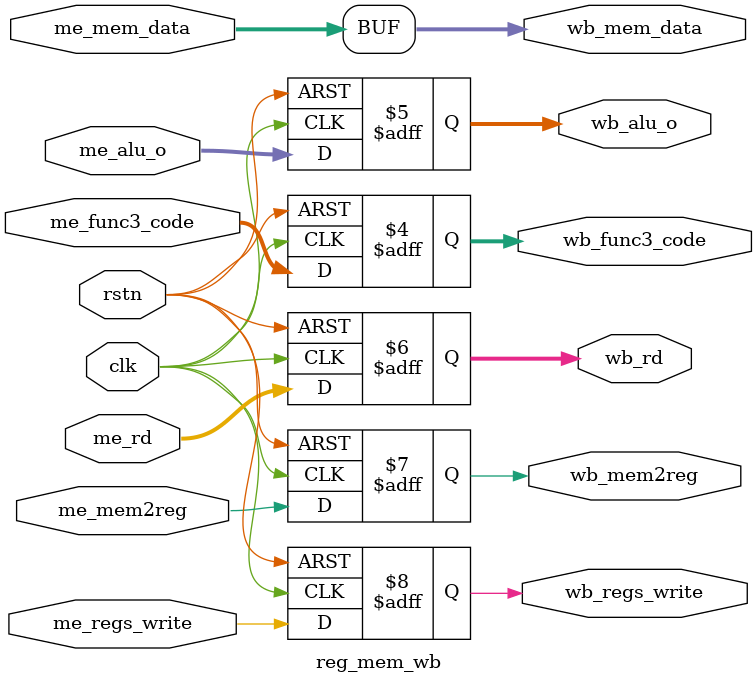
<source format=v>
module reg_mem_wb(
    input  wire clk,
    input  wire rstn,
    input  wire[31:0] me_mem_data,
    input  wire[31:0] me_alu_o,
    input  wire[4:0]  me_rd,
    input  wire       me_mem2reg,
    input  wire       me_regs_write,
    input  wire[2:0]  me_func3_code,
    output reg[2:0]   wb_func3_code,
    output reg[31:0]  wb_mem_data,
    output reg[31:0]  wb_alu_o,
    output reg[4:0]   wb_rd,
    output reg        wb_mem2reg,
    output reg        wb_regs_write
);

always @(posedge clk or negedge rstn) begin
    if (!rstn)begin
//        wb_mem_data    <= 0;     
        wb_alu_o       <= 0;     
        wb_rd          <= 0; 
        wb_mem2reg     <= 0;     
        wb_regs_write  <= 0; 
        wb_func3_code  <= 0;            
    end 
    else begin
//        wb_mem_data    <= me_mem_data;     
        wb_alu_o       <= me_alu_o;     
        wb_rd          <= me_rd; 
        wb_mem2reg     <= me_mem2reg;     
        wb_regs_write  <= me_regs_write;   
        wb_func3_code  <= me_func3_code;
    end
    $display("wb_alu_o     : %h",wb_alu_o);
    $display("wb_mem2reg   : %h",wb_mem2reg);
    $display("wb_regs_write: %h",wb_regs_write);
    $display("-----------------------");
end

always @(*) begin
    wb_mem_data = me_mem_data; //offset the 1-cycle delay caused by syn_RAM
    $display("wb_mem_data  : %h",wb_mem_data);
end

endmodule
</source>
